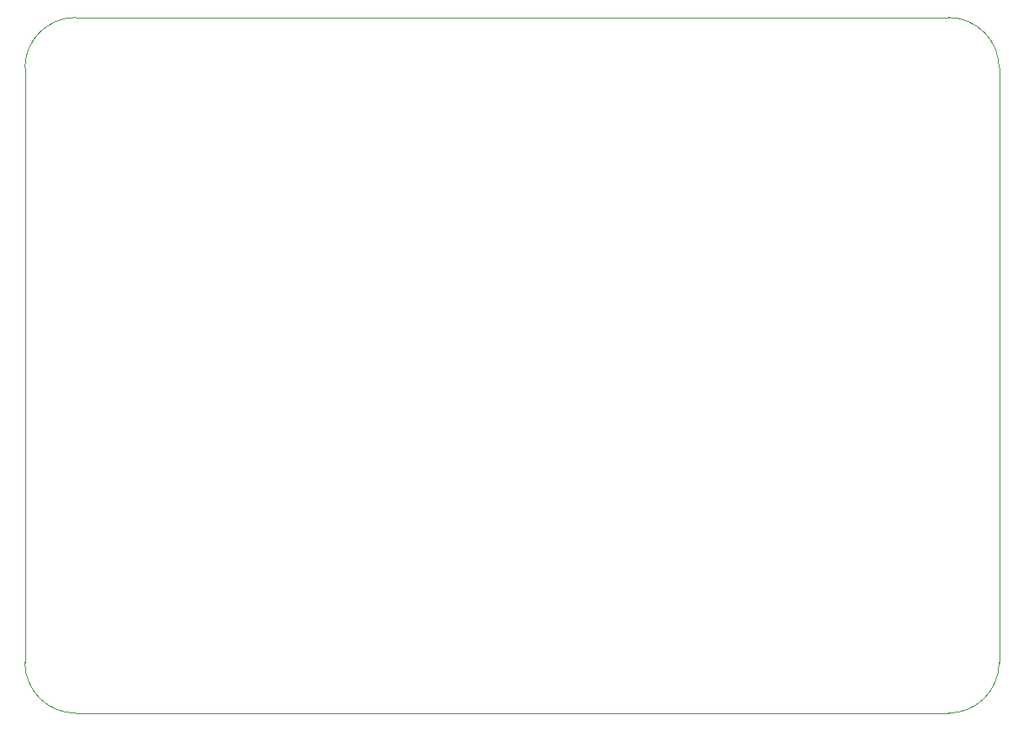
<source format=gbr>
%TF.GenerationSoftware,KiCad,Pcbnew,7.0.9-7.0.9~ubuntu20.04.1*%
%TF.CreationDate,2024-02-02T11:04:46+00:00*%
%TF.ProjectId,ICE40UPDevBoard,49434534-3055-4504-9465-76426f617264,rev?*%
%TF.SameCoordinates,Original*%
%TF.FileFunction,Profile,NP*%
%FSLAX46Y46*%
G04 Gerber Fmt 4.6, Leading zero omitted, Abs format (unit mm)*
G04 Created by KiCad (PCBNEW 7.0.9-7.0.9~ubuntu20.04.1) date 2024-02-02 11:04:46*
%MOMM*%
%LPD*%
G01*
G04 APERTURE LIST*
%TA.AperFunction,Profile*%
%ADD10C,0.100000*%
%TD*%
G04 APERTURE END LIST*
D10*
X151130000Y-130810000D02*
G75*
G03*
X156210000Y-135890000I5080000J0D01*
G01*
X243840000Y-135890000D02*
X156210000Y-135890000D01*
X243840000Y-135890000D02*
G75*
G03*
X248920000Y-130810000I0J5080000D01*
G01*
X248920000Y-71120000D02*
G75*
G03*
X243840000Y-66040000I-5080000J0D01*
G01*
X156210000Y-66040000D02*
G75*
G03*
X151130000Y-71120000I0J-5080000D01*
G01*
X151130000Y-130810000D02*
X151130000Y-71120000D01*
X248920000Y-71120000D02*
X248920000Y-130810000D01*
X156210000Y-66040000D02*
X243840000Y-66040000D01*
M02*

</source>
